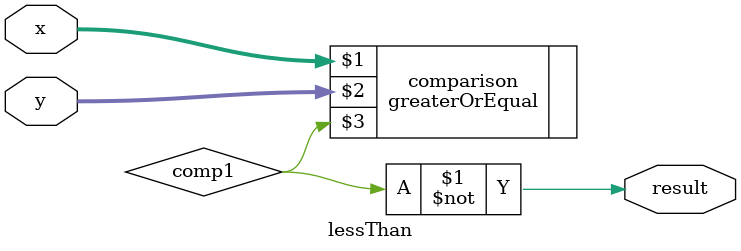
<source format=v>
`timescale 1ns / 1ps


module lessThan(input wire [7:0] x, y,
output wire result
);

    wire comp1;
    
    greaterOrEqual comparison(x, y, comp1);
    assign result = ~comp1;

endmodule

</source>
